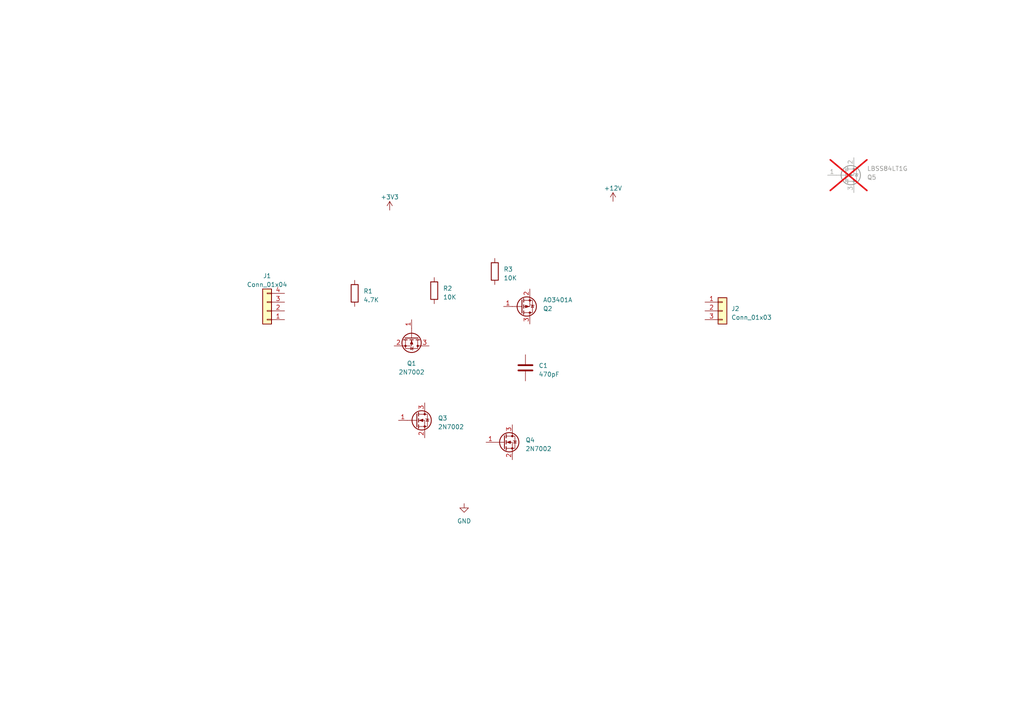
<source format=kicad_sch>
(kicad_sch (version 20230121) (generator eeschema)
  (paper "A4")
  (lib_symbols
    (symbol "Connector_Generic:Conn_01x03" (pin_names (offset 1.016) hide)
      (property "Reference" "J" (at 0 5.08 0))
      (property "Value" "Conn_01x03" (at 0 -5.08 0))
      (symbol "Conn_01x03_1_1"
        (rectangle (start -1.27 -2.413) (end 0 -2.667) (stroke (width 0.1524)))
        (rectangle (start -1.27 0.127) (end 0 -0.127) (stroke (width 0.1524)))
        (rectangle (start -1.27 2.667) (end 0 2.413) (stroke (width 0.1524)))
        (rectangle (start -1.27 3.81) (end 1.27 -3.81) (stroke (width 0.254)) (fill (type background)))
        (pin passive line (at -5.08 2.54 0) (length 3.81) (name "Pin_1") (number "1"))
        (pin passive line (at -5.08 0 0) (length 3.81) (name "Pin_2") (number "2"))
        (pin passive line (at -5.08 -2.54 0) (length 3.81) (name "Pin_3") (number "3"))
      )
    )
    (symbol "Connector_Generic:Conn_01x04" (pin_names (offset 1.016) hide)
      (property "Reference" "J" (at 0 5.08 0))
      (property "Value" "Conn_01x04" (at 0 -7.62 0))
      (symbol "Conn_01x04_1_1"
        (rectangle (start -1.27 -4.953) (end 0 -5.207) (stroke (width 0.1524)))
        (rectangle (start -1.27 -2.413) (end 0 -2.667) (stroke (width 0.1524)))
        (rectangle (start -1.27 0.127) (end 0 -0.127) (stroke (width 0.1524)))
        (rectangle (start -1.27 2.667) (end 0 2.413) (stroke (width 0.1524)))
        (rectangle (start -1.27 3.81) (end 1.27 -6.35) (stroke (width 0.254)) (fill (type background)))
        (pin passive line (at -5.08 2.54 0) (length 3.81) (name "Pin_1") (number "1"))
        (pin passive line (at -5.08 0 0) (length 3.81) (name "Pin_2") (number "2"))
        (pin passive line (at -5.08 -2.54 0) (length 3.81) (name "Pin_3") (number "3"))
        (pin passive line (at -5.08 -5.08 0) (length 3.81) (name "Pin_4") (number "4"))
      )
    )
    (symbol "Device:C" (pin_numbers hide) (pin_names (offset 0.254))
      (property "Reference" "C" (at 0.635 2.54 0))
      (property "Value" "C" (at 0.635 -2.54 0))
      (symbol "C_0_1"
        (polyline (pts (xy -2.032 -0.762) (xy 2.032 -0.762)) (stroke (width 0.508)))
        (polyline (pts (xy -2.032 0.762) (xy 2.032 0.762)) (stroke (width 0.508)))
      )
      (symbol "C_1_1"
        (pin passive line (at 0 3.81 270) (length 2.794) (name "~") (number "1"))
        (pin passive line (at 0 -3.81 90) (length 2.794) (name "~") (number "2"))
      )
    )
    (symbol "Device:R" (pin_numbers hide) (pin_names (offset 0))
      (property "Reference" "R" (at 2.032 0 90))
      (property "Value" "R" (at 0 0 90))
      (symbol "R_0_1"
        (rectangle (start -1.016 -2.54) (end 1.016 2.54) (stroke (width 0.254)))
      )
      (symbol "R_1_1"
        (pin passive line (at 0 3.81 270) (length 1.27) (name "~") (number "1"))
        (pin passive line (at 0 -3.81 90) (length 1.27) (name "~") (number "2"))
      )
    )
    (symbol "Transistor_FET:2N7002" (pin_names hide)
      (property "Reference" "Q" (at 5.08 1.905 0))
      (property "Value" "2N7002" (at 5.08 0 0))
      (symbol "2N7002_0_1"
        (polyline (pts (xy 0.254 0) (xy -2.54 0)))
        (polyline (pts (xy 0.254 1.905) (xy 0.254 -1.905)) (stroke (width 0.254)))
        (polyline (pts (xy 0.762 -1.27) (xy 0.762 -2.286)) (stroke (width 0.254)))
        (polyline (pts (xy 0.762 0.508) (xy 0.762 -0.508)) (stroke (width 0.254)))
        (polyline (pts (xy 0.762 2.286) (xy 0.762 1.27)) (stroke (width 0.254)))
        (polyline (pts (xy 2.54 2.54) (xy 2.54 1.778)))
        (polyline (pts (xy 2.54 -2.54) (xy 2.54 0) (xy 0.762 0)))
        (polyline (pts (xy 0.762 -1.778) (xy 3.302 -1.778) (xy 3.302 1.778) (xy 0.762 1.778)))
        (polyline (pts (xy 1.016 0) (xy 2.032 0.381) (xy 2.032 -0.381) (xy 1.016 0)) (fill (type outline)))
        (polyline (pts (xy 2.794 0.508) (xy 2.921 0.381) (xy 3.683 0.381) (xy 3.81 0.254)))
        (polyline (pts (xy 3.302 0.381) (xy 2.921 -0.254) (xy 3.683 -0.254) (xy 3.302 0.381)))
        (circle (center 1.651 0) (radius 2.794) (stroke (width 0.254)))
        (circle (center 2.54 -1.778) (radius 0.254) (fill (type outline)))
        (circle (center 2.54 1.778) (radius 0.254) (fill (type outline)))
      )
      (symbol "2N7002_1_1"
        (pin input line (at -5.08 0 0) (length 2.54) (name "G") (number "1"))
        (pin passive line (at 2.54 -5.08 90) (length 2.54) (name "S") (number "2"))
        (pin passive line (at 2.54 5.08 270) (length 2.54) (name "D") (number "3"))
      )
    )
    (symbol "Transistor_FET:BSS84" (pin_names hide)
      (property "Reference" "Q" (at 5.08 1.905 0))
      (property "Value" "BSS84" (at 5.08 0 0))
      (symbol "BSS84_0_1"
        (polyline (pts (xy 0.254 0) (xy -2.54 0)))
        (polyline (pts (xy 0.254 1.905) (xy 0.254 -1.905)) (stroke (width 0.254)))
        (polyline (pts (xy 0.762 -1.27) (xy 0.762 -2.286)) (stroke (width 0.254)))
        (polyline (pts (xy 0.762 0.508) (xy 0.762 -0.508)) (stroke (width 0.254)))
        (polyline (pts (xy 0.762 2.286) (xy 0.762 1.27)) (stroke (width 0.254)))
        (polyline (pts (xy 2.54 2.54) (xy 2.54 1.778)))
        (polyline (pts (xy 2.54 -2.54) (xy 2.54 0) (xy 0.762 0)))
        (polyline (pts (xy 0.762 1.778) (xy 3.302 1.778) (xy 3.302 -1.778) (xy 0.762 -1.778)))
        (polyline (pts (xy 2.286 0) (xy 1.27 0.381) (xy 1.27 -0.381) (xy 2.286 0)) (fill (type outline)))
        (polyline (pts (xy 2.794 -0.508) (xy 2.921 -0.381) (xy 3.683 -0.381) (xy 3.81 -0.254)))
        (polyline (pts (xy 3.302 -0.381) (xy 2.921 0.254) (xy 3.683 0.254) (xy 3.302 -0.381)))
        (circle (center 1.651 0) (radius 2.794) (stroke (width 0.254)))
        (circle (center 2.54 -1.778) (radius 0.254) (fill (type outline)))
        (circle (center 2.54 1.778) (radius 0.254) (fill (type outline)))
      )
      (symbol "BSS84_1_1"
        (pin input line (at -5.08 0 0) (length 2.54) (name "G") (number "1"))
        (pin passive line (at 2.54 -5.08 90) (length 2.54) (name "S") (number "2"))
        (pin passive line (at 2.54 5.08 270) (length 2.54) (name "D") (number "3"))
      )
    )
    (symbol "power:+12V" (power) (pin_names (offset 0))
      (property "Value" "+12V" (at 0 3.556 0))
      (symbol "+12V_0_1"
        (polyline (pts (xy -0.762 1.27) (xy 0 2.54)))
        (polyline (pts (xy 0 0) (xy 0 2.54)))
        (polyline (pts (xy 0 2.54) (xy 0.762 1.27)))
      )
      (symbol "+12V_1_1"
        (pin power_in line (at 0 0 90) (length 0) hide (name "+12V") (number "1"))
      )
    )
    (symbol "power:+3V3" (power) (pin_names (offset 0))
      (property "Value" "+3V3" (at 0 3.556 0))
      (symbol "+3V3_0_1"
        (polyline (pts (xy -0.762 1.27) (xy 0 2.54)))
        (polyline (pts (xy 0 0) (xy 0 2.54)))
        (polyline (pts (xy 0 2.54) (xy 0.762 1.27)))
      )
      (symbol "+3V3_1_1"
        (pin power_in line (at 0 0 90) (length 0) hide (name "+3V3") (number "1"))
      )
    )
    (symbol "power:GND" (power) (pin_names (offset 0))
      (property "Value" "GND" (at 0 -3.81 0))
      (symbol "GND_0_1"
        (polyline (pts (xy 0 0) (xy 0 -1.27) (xy 1.27 -1.27) (xy 0 -2.54) (xy -1.27 -1.27) (xy 0 -1.27)))
      )
      (symbol "GND_1_1"
        (pin power_in line (at 0 0 270) (length 0) hide (name "GND") (number "1"))
      )
    )
  )
  (symbol (lib_id "Device:C") (at 152.4 106.68 0) (unit 1)
    (property "Reference" "C1" (at 156.21 106.045 0) (effects (justify left)))
    (property "Value" "470pF" (at 156.21 108.585 0) (effects (justify left)))
    (property "LCSC" "C1620" (effects hide))
  )
  (symbol (lib_id "Connector_Generic:Conn_01x04") (at 77.47 90.17 180) (unit 1)
    (property "Reference" "J1" (at 77.47 80.01 0))
    (property "Value" "Conn_01x04" (at 77.47 82.55 0))
  )
  (symbol (lib_id "Device:R") (at 143.51 78.74 0) (unit 1)
    (property "Reference" "R3" (at 146.05 78.105 0) (effects (justify left)))
    (property "Value" "10K" (at 146.05 80.645 0) (effects (justify left)))
    (property "LCSC" "C25197" (effects hide))
  )
  (symbol (lib_id "Device:R") (at 125.9428 84.2894 0) (unit 1)
    (property "Reference" "R2" (at 128.4828 83.6544 0) (effects (justify left)))
    (property "Value" "10K" (at 128.4828 86.1944 0) (effects (justify left)))
    (property "LCSC" "C25197" (effects hide))
  )
  (symbol (lib_id "power:GND") (at 134.62 146.05 0) (unit 1)
    (property "Reference" "#PWR03" (effects hide))
    (property "Value" "GND" (at 134.62 151.13 0))
  )
  (symbol (lib_id "power:+3V3") (at 113.03 60.96 0) (unit 1)
    (property "Reference" "#PWR02" (effects hide))
    (property "Value" "+3V3" (at 113.03 57.15 0))
  )
  (symbol (lib_id "Transistor_FET:2N7002") (at 120.65 121.92 0) (unit 1)
    (property "Reference" "Q3" (at 127 121.285 0) (effects (justify left)))
    (property "Value" "2N7002" (at 127 123.825 0) (effects (justify left)))
    (property "Footprint" "Package_TO_SOT_SMD:SOT-23" (effects hide))
    (property "Datasheet" "https://www.onsemi.com/pub/Collateral/NDS7002A-D.PDF" (effects hide))
    (property "LCSC" "C8545" (effects hide))
    (property "Farnell" "2443474" (effects hide))
  )
  (symbol (lib_id "power:+12V") (at 177.8 58.42 0) (unit 1)
    (property "Reference" "#PWR01" (effects hide))
    (property "Value" "+12V" (at 177.8 54.61 0))
  )
  (symbol (lib_id "Transistor_FET:2N7002") (at 146.05 128.27 0) (unit 1)
    (property "Reference" "Q4" (at 152.4 127.635 0) (effects (justify left)))
    (property "Value" "2N7002" (at 152.4 130.175 0) (effects (justify left)))
    (property "Footprint" "Package_TO_SOT_SMD:SOT-23" (effects hide))
    (property "Datasheet" "https://www.onsemi.com/pub/Collateral/NDS7002A-D.PDF" (effects hide))
    (property "LCSC" "C8545" (effects hide))
    (property "Farnell" "2443474" (effects hide))
  )
  (symbol (lib_id "Transistor_FET:2N7002") (at 119.38 97.79 270) (unit 1)
    (property "Reference" "Q1" (at 119.38 105.41 90))
    (property "Value" "2N7002" (at 119.38 107.95 90))
    (property "Footprint" "Package_TO_SOT_SMD:SOT-23" (effects hide))
    (property "Datasheet" "https://www.onsemi.com/pub/Collateral/NDS7002A-D.PDF" (effects hide))
    (property "LCSC" "C8545" (effects hide))
    (property "Farnell" "2443474" (effects hide))
  )
  (symbol (lib_id "Device:R") (at 102.87 85.09 0) (unit 1)
    (property "Reference" "R1" (at 105.41 84.455 0) (effects (justify left)))
    (property "Value" "4.7K" (at 105.41 86.995 0) (effects (justify left)))
    (property "LCSC" "C23162" (effects hide))
  )
  (symbol (lib_id "Transistor_FET:BSS84") (at 245.11 50.8 0) (mirror x) (unit 1) (in_bom no) (on_board no) (dnp yes)
    (property "Reference" "Q5" (at 251.46 51.435 0) (effects (justify left)))
    (property "Value" "LBSS84LT1G" (at 251.46 48.895 0) (effects (justify left)))
    (property "Footprint" "Package_TO_SOT_SMD:SOT-23" (effects hide))
    (property "Datasheet" "http://assets.nexperia.com/documents/data-sheet/BSS84.pdf" (effects hide))
    (property "LCSC" "C8492" (effects hide))
    (property "Farnell PN" "1972673" (effects hide))
  )
  (symbol (lib_id "Transistor_FET:BSS84") (at 151.13 88.9 0) (mirror x) (unit 1)
    (property "Reference" "Q2" (at 157.48 89.535 0) (effects (justify left)))
    (property "Value" "AO3401A" (at 157.48 86.995 0) (effects (justify left)))
    (property "Footprint" "Package_TO_SOT_SMD:SOT-23" (effects hide))
    (property "LCSC" "C15127" (effects hide))
    (property "Farnell PN" "2061518" (effects hide))
  )
  (symbol (lib_id "Connector_Generic:Conn_01x03") (at 209.55 90.17 0) (unit 1)
    (property "Reference" "J2" (at 212.09 89.535 0) (effects (justify left)))
    (property "Value" "Conn_01x03" (at 212.09 92.075 0) (effects (justify left)))
  )
)
</source>
